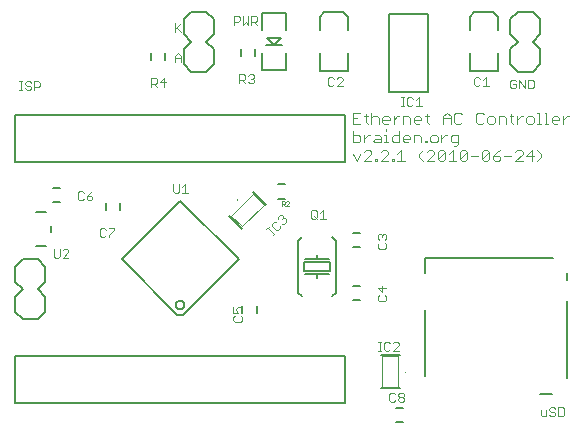
<source format=gto>
G75*
G70*
%OFA0B0*%
%FSLAX24Y24*%
%IPPOS*%
%LPD*%
%AMOC8*
5,1,8,0,0,1.08239X$1,22.5*
%
%ADD10C,0.0030*%
%ADD11C,0.0050*%
%ADD12C,0.0060*%
%ADD13C,0.0080*%
%ADD14C,0.0004*%
%ADD15C,0.0030*%
%ADD16C,0.0010*%
D10*
X007688Y004333D02*
X007736Y004285D01*
X007929Y004285D01*
X007978Y004333D01*
X007978Y004430D01*
X007929Y004478D01*
X007929Y004579D02*
X007978Y004628D01*
X007978Y004724D01*
X007929Y004773D01*
X007833Y004773D01*
X007784Y004724D01*
X007784Y004676D01*
X007833Y004579D01*
X007688Y004579D01*
X007688Y004773D01*
X007736Y004478D02*
X007688Y004430D01*
X007688Y004333D01*
X008995Y007173D02*
X009064Y007241D01*
X009029Y007207D02*
X008824Y007412D01*
X008790Y007378D02*
X008858Y007447D01*
X008963Y007483D02*
X009100Y007346D01*
X009168Y007346D01*
X009237Y007415D01*
X009237Y007483D01*
X009308Y007554D02*
X009376Y007554D01*
X009445Y007623D01*
X009445Y007691D01*
X009411Y007725D01*
X009342Y007725D01*
X009308Y007691D01*
X009342Y007725D02*
X009342Y007794D01*
X009308Y007828D01*
X009240Y007828D01*
X009171Y007760D01*
X009171Y007691D01*
X009100Y007620D02*
X009031Y007620D01*
X008963Y007551D01*
X008963Y007483D01*
X010273Y007765D02*
X010322Y007716D01*
X010419Y007716D01*
X010467Y007765D01*
X010467Y007958D01*
X010419Y008007D01*
X010322Y008007D01*
X010273Y007958D01*
X010273Y007765D01*
X010370Y007813D02*
X010467Y007716D01*
X010568Y007716D02*
X010762Y007716D01*
X010665Y007716D02*
X010665Y008007D01*
X010568Y007910D01*
X012500Y007162D02*
X012548Y007210D01*
X012597Y007210D01*
X012645Y007162D01*
X012694Y007210D01*
X012742Y007210D01*
X012790Y007162D01*
X012790Y007065D01*
X012742Y007017D01*
X012742Y006916D02*
X012790Y006867D01*
X012790Y006770D01*
X012742Y006722D01*
X012548Y006722D01*
X012500Y006770D01*
X012500Y006867D01*
X012548Y006916D01*
X012548Y007017D02*
X012500Y007065D01*
X012500Y007162D01*
X012645Y007162D02*
X012645Y007113D01*
X012645Y005460D02*
X012645Y005267D01*
X012500Y005412D01*
X012790Y005412D01*
X012742Y005166D02*
X012790Y005117D01*
X012790Y005020D01*
X012742Y004972D01*
X012548Y004972D01*
X012500Y005020D01*
X012500Y005117D01*
X012548Y005166D01*
X012563Y003607D02*
X012563Y003316D01*
X012515Y003316D02*
X012611Y003316D01*
X012711Y003365D02*
X012759Y003316D01*
X012856Y003316D01*
X012904Y003365D01*
X013006Y003316D02*
X013199Y003510D01*
X013199Y003558D01*
X013151Y003607D01*
X013054Y003607D01*
X013006Y003558D01*
X012904Y003558D02*
X012856Y003607D01*
X012759Y003607D01*
X012711Y003558D01*
X012711Y003365D01*
X013006Y003316D02*
X013199Y003316D01*
X012611Y003607D02*
X012515Y003607D01*
X012934Y001907D02*
X012886Y001858D01*
X012886Y001665D01*
X012934Y001616D01*
X013031Y001616D01*
X013079Y001665D01*
X013181Y001665D02*
X013181Y001713D01*
X013229Y001761D01*
X013326Y001761D01*
X013374Y001713D01*
X013374Y001665D01*
X013326Y001616D01*
X013229Y001616D01*
X013181Y001665D01*
X013229Y001761D02*
X013181Y001810D01*
X013181Y001858D01*
X013229Y001907D01*
X013326Y001907D01*
X013374Y001858D01*
X013374Y001810D01*
X013326Y001761D01*
X013079Y001858D02*
X013031Y001907D01*
X012934Y001907D01*
X017925Y001330D02*
X017925Y001185D01*
X017974Y001136D01*
X018119Y001136D01*
X018119Y001330D01*
X018220Y001330D02*
X018268Y001281D01*
X018365Y001281D01*
X018413Y001233D01*
X018413Y001185D01*
X018365Y001136D01*
X018268Y001136D01*
X018220Y001185D01*
X018220Y001330D02*
X018220Y001378D01*
X018268Y001427D01*
X018365Y001427D01*
X018413Y001378D01*
X018515Y001427D02*
X018660Y001427D01*
X018708Y001378D01*
X018708Y001185D01*
X018660Y001136D01*
X018515Y001136D01*
X018515Y001427D01*
X017814Y009636D02*
X017937Y009760D01*
X017937Y009883D01*
X017814Y010007D01*
X017630Y010007D02*
X017445Y009822D01*
X017692Y009822D01*
X017630Y010007D02*
X017630Y009636D01*
X017324Y009636D02*
X017077Y009636D01*
X017324Y009883D01*
X017324Y009945D01*
X017262Y010007D01*
X017139Y010007D01*
X017077Y009945D01*
X016956Y009822D02*
X016709Y009822D01*
X016587Y009760D02*
X016526Y009822D01*
X016340Y009822D01*
X016340Y009698D01*
X016402Y009636D01*
X016526Y009636D01*
X016587Y009698D01*
X016587Y009760D01*
X016464Y009945D02*
X016340Y009822D01*
X016219Y009945D02*
X015972Y009698D01*
X016034Y009636D01*
X016157Y009636D01*
X016219Y009698D01*
X016219Y009945D01*
X016157Y010007D01*
X016034Y010007D01*
X015972Y009945D01*
X015972Y009698D01*
X015851Y009822D02*
X015604Y009822D01*
X015482Y009945D02*
X015482Y009698D01*
X015421Y009636D01*
X015297Y009636D01*
X015235Y009698D01*
X015482Y009945D01*
X015421Y010007D01*
X015297Y010007D01*
X015235Y009945D01*
X015235Y009698D01*
X015114Y009636D02*
X014867Y009636D01*
X014991Y009636D02*
X014991Y010007D01*
X014867Y009883D01*
X014746Y009945D02*
X014499Y009698D01*
X014561Y009636D01*
X014684Y009636D01*
X014746Y009698D01*
X014746Y009945D01*
X014684Y010007D01*
X014561Y010007D01*
X014499Y009945D01*
X014499Y009698D01*
X014377Y009636D02*
X014131Y009636D01*
X014377Y009883D01*
X014377Y009945D01*
X014316Y010007D01*
X014192Y010007D01*
X014131Y009945D01*
X014008Y010007D02*
X013885Y009883D01*
X013885Y009760D01*
X014008Y009636D01*
X013395Y009636D02*
X013148Y009636D01*
X013026Y009636D02*
X012964Y009636D01*
X012964Y009698D01*
X013026Y009698D01*
X013026Y009636D01*
X012843Y009636D02*
X012596Y009636D01*
X012843Y009883D01*
X012843Y009945D01*
X012781Y010007D01*
X012658Y010007D01*
X012596Y009945D01*
X012290Y009945D02*
X012290Y009883D01*
X012044Y009636D01*
X012290Y009636D01*
X012412Y009636D02*
X012474Y009636D01*
X012474Y009698D01*
X012412Y009698D01*
X012412Y009636D01*
X012290Y009945D02*
X012229Y010007D01*
X012105Y010007D01*
X012044Y009945D01*
X011922Y009883D02*
X011799Y009636D01*
X011675Y009883D01*
X011675Y010261D02*
X011860Y010261D01*
X011922Y010323D01*
X011922Y010446D01*
X011860Y010508D01*
X011675Y010508D01*
X011675Y010632D02*
X011675Y010261D01*
X012044Y010261D02*
X012044Y010508D01*
X012167Y010508D02*
X012229Y010508D01*
X012167Y010508D02*
X012044Y010385D01*
X012350Y010323D02*
X012412Y010385D01*
X012597Y010385D01*
X012597Y010446D02*
X012597Y010261D01*
X012412Y010261D01*
X012350Y010323D01*
X012412Y010508D02*
X012536Y010508D01*
X012597Y010446D01*
X012719Y010508D02*
X012780Y010508D01*
X012780Y010261D01*
X012719Y010261D02*
X012842Y010261D01*
X012964Y010323D02*
X012964Y010446D01*
X013026Y010508D01*
X013211Y010508D01*
X013211Y010632D02*
X013211Y010261D01*
X013026Y010261D01*
X012964Y010323D01*
X012780Y010632D02*
X012780Y010693D01*
X012719Y010886D02*
X012657Y010948D01*
X012657Y011071D01*
X012719Y011133D01*
X012843Y011133D01*
X012904Y011071D01*
X012904Y011010D01*
X012657Y011010D01*
X012536Y011071D02*
X012536Y010886D01*
X012719Y010886D02*
X012843Y010886D01*
X013026Y010886D02*
X013026Y011133D01*
X013149Y011133D02*
X013211Y011133D01*
X013149Y011133D02*
X013026Y011010D01*
X013333Y011133D02*
X013333Y010886D01*
X013579Y010886D02*
X013579Y011071D01*
X013518Y011133D01*
X013333Y011133D01*
X013325Y011479D02*
X013325Y011769D01*
X013277Y011769D02*
X013374Y011769D01*
X013473Y011721D02*
X013473Y011527D01*
X013522Y011479D01*
X013619Y011479D01*
X013667Y011527D01*
X013768Y011479D02*
X013962Y011479D01*
X013865Y011479D02*
X013865Y011769D01*
X013768Y011672D01*
X013667Y011721D02*
X013619Y011769D01*
X013522Y011769D01*
X013473Y011721D01*
X013374Y011479D02*
X013277Y011479D01*
X013701Y011071D02*
X013763Y011133D01*
X013886Y011133D01*
X013948Y011071D01*
X013948Y011010D01*
X013701Y011010D01*
X013701Y011071D02*
X013701Y010948D01*
X013763Y010886D01*
X013886Y010886D01*
X014131Y010948D02*
X014193Y010886D01*
X014131Y010948D02*
X014131Y011195D01*
X014069Y011133D02*
X014193Y011133D01*
X014683Y011133D02*
X014683Y010886D01*
X014683Y011071D02*
X014930Y011071D01*
X014930Y011133D02*
X014806Y011257D01*
X014683Y011133D01*
X014930Y011133D02*
X014930Y010886D01*
X015051Y010948D02*
X015113Y010886D01*
X015236Y010886D01*
X015298Y010948D01*
X015051Y010948D02*
X015051Y011195D01*
X015113Y011257D01*
X015236Y011257D01*
X015298Y011195D01*
X015788Y011195D02*
X015788Y010948D01*
X015850Y010886D01*
X015973Y010886D01*
X016035Y010948D01*
X016156Y010948D02*
X016218Y010886D01*
X016341Y010886D01*
X016403Y010948D01*
X016403Y011071D01*
X016341Y011133D01*
X016218Y011133D01*
X016156Y011071D01*
X016156Y010948D01*
X016035Y011195D02*
X015973Y011257D01*
X015850Y011257D01*
X015788Y011195D01*
X016525Y011133D02*
X016525Y010886D01*
X016771Y010886D02*
X016771Y011071D01*
X016710Y011133D01*
X016525Y011133D01*
X016893Y011133D02*
X017016Y011133D01*
X016955Y011195D02*
X016955Y010948D01*
X017016Y010886D01*
X017138Y010886D02*
X017138Y011133D01*
X017138Y011010D02*
X017262Y011133D01*
X017324Y011133D01*
X017445Y011071D02*
X017445Y010948D01*
X017507Y010886D01*
X017630Y010886D01*
X017692Y010948D01*
X017692Y011071D01*
X017630Y011133D01*
X017507Y011133D01*
X017445Y011071D01*
X017814Y010886D02*
X017937Y010886D01*
X017875Y010886D02*
X017875Y011257D01*
X017814Y011257D01*
X018059Y011257D02*
X018121Y011257D01*
X018121Y010886D01*
X018182Y010886D02*
X018059Y010886D01*
X018305Y010948D02*
X018305Y011071D01*
X018366Y011133D01*
X018490Y011133D01*
X018551Y011071D01*
X018551Y011010D01*
X018305Y011010D01*
X018305Y010948D02*
X018366Y010886D01*
X018490Y010886D01*
X018673Y010886D02*
X018673Y011133D01*
X018673Y011010D02*
X018796Y011133D01*
X018858Y011133D01*
X017699Y012115D02*
X017699Y012308D01*
X017651Y012357D01*
X017506Y012357D01*
X017506Y012066D01*
X017651Y012066D01*
X017699Y012115D01*
X017404Y012066D02*
X017404Y012357D01*
X017211Y012357D02*
X017404Y012066D01*
X017211Y012066D02*
X017211Y012357D01*
X017110Y012308D02*
X017061Y012357D01*
X016965Y012357D01*
X016916Y012308D01*
X016916Y012115D01*
X016965Y012066D01*
X017061Y012066D01*
X017110Y012115D01*
X017110Y012211D01*
X017013Y012211D01*
X016199Y012148D02*
X016006Y012148D01*
X016102Y012148D02*
X016102Y012438D01*
X016006Y012341D01*
X015904Y012389D02*
X015856Y012438D01*
X015759Y012438D01*
X015711Y012389D01*
X015711Y012196D01*
X015759Y012148D01*
X015856Y012148D01*
X015904Y012196D01*
X015175Y010508D02*
X014990Y010508D01*
X014929Y010446D01*
X014929Y010323D01*
X014990Y010261D01*
X015175Y010261D01*
X015175Y010200D02*
X015114Y010138D01*
X015052Y010138D01*
X015175Y010200D02*
X015175Y010508D01*
X014807Y010508D02*
X014745Y010508D01*
X014622Y010385D01*
X014622Y010508D02*
X014622Y010261D01*
X014500Y010323D02*
X014500Y010446D01*
X014438Y010508D01*
X014315Y010508D01*
X014253Y010446D01*
X014253Y010323D01*
X014315Y010261D01*
X014438Y010261D01*
X014500Y010323D01*
X014131Y010323D02*
X014131Y010261D01*
X014069Y010261D01*
X014069Y010323D01*
X014131Y010323D01*
X013948Y010261D02*
X013948Y010446D01*
X013886Y010508D01*
X013701Y010508D01*
X013701Y010261D01*
X013579Y010385D02*
X013333Y010385D01*
X013333Y010446D02*
X013394Y010508D01*
X013518Y010508D01*
X013579Y010446D01*
X013579Y010385D01*
X013518Y010261D02*
X013394Y010261D01*
X013333Y010323D01*
X013333Y010446D01*
X013272Y010007D02*
X013272Y009636D01*
X013148Y009883D02*
X013272Y010007D01*
X012289Y010886D02*
X012289Y011257D01*
X012351Y011133D02*
X012474Y011133D01*
X012536Y011071D01*
X012351Y011133D02*
X012289Y011071D01*
X012167Y011133D02*
X012044Y011133D01*
X012105Y011195D02*
X012105Y010948D01*
X012167Y010886D01*
X011922Y010886D02*
X011675Y010886D01*
X011675Y011257D01*
X011922Y011257D01*
X011799Y011071D02*
X011675Y011071D01*
X011324Y012148D02*
X011131Y012148D01*
X011324Y012341D01*
X011324Y012389D01*
X011276Y012438D01*
X011179Y012438D01*
X011131Y012389D01*
X011029Y012389D02*
X010981Y012438D01*
X010884Y012438D01*
X010836Y012389D01*
X010836Y012196D01*
X010884Y012148D01*
X010981Y012148D01*
X011029Y012196D01*
X008374Y012290D02*
X008326Y012241D01*
X008229Y012241D01*
X008181Y012290D01*
X008079Y012241D02*
X007983Y012338D01*
X008031Y012338D02*
X007886Y012338D01*
X007886Y012241D02*
X007886Y012532D01*
X008031Y012532D01*
X008079Y012483D01*
X008079Y012386D01*
X008031Y012338D01*
X008181Y012483D02*
X008229Y012532D01*
X008326Y012532D01*
X008374Y012483D01*
X008374Y012435D01*
X008326Y012386D01*
X008374Y012338D01*
X008374Y012290D01*
X008326Y012386D02*
X008277Y012386D01*
X005949Y012941D02*
X005949Y013135D01*
X005852Y013232D01*
X005756Y013135D01*
X005756Y012941D01*
X005756Y013086D02*
X005949Y013086D01*
X005949Y013941D02*
X005804Y014086D01*
X005756Y014038D02*
X005949Y014232D01*
X005756Y014232D02*
X005756Y013941D01*
X007700Y014186D02*
X007700Y014477D01*
X007845Y014477D01*
X007894Y014428D01*
X007894Y014331D01*
X007845Y014283D01*
X007700Y014283D01*
X007995Y014186D02*
X008092Y014283D01*
X008188Y014186D01*
X008188Y014477D01*
X008290Y014477D02*
X008435Y014477D01*
X008483Y014428D01*
X008483Y014331D01*
X008435Y014283D01*
X008290Y014283D01*
X008386Y014283D02*
X008483Y014186D01*
X008290Y014186D02*
X008290Y014477D01*
X007995Y014477D02*
X007995Y014186D01*
X005388Y012407D02*
X005243Y012261D01*
X005437Y012261D01*
X005388Y012116D02*
X005388Y012407D01*
X005142Y012358D02*
X005142Y012261D01*
X005094Y012213D01*
X004948Y012213D01*
X004948Y012116D02*
X004948Y012407D01*
X005094Y012407D01*
X005142Y012358D01*
X005045Y012213D02*
X005142Y012116D01*
X001235Y012156D02*
X001186Y012108D01*
X001041Y012108D01*
X001041Y012011D02*
X001041Y012302D01*
X001186Y012302D01*
X001235Y012253D01*
X001235Y012156D01*
X000940Y012108D02*
X000940Y012060D01*
X000892Y012011D01*
X000795Y012011D01*
X000747Y012060D01*
X000795Y012156D02*
X000892Y012156D01*
X000940Y012108D01*
X000940Y012253D02*
X000892Y012302D01*
X000795Y012302D01*
X000747Y012253D01*
X000747Y012205D01*
X000795Y012156D01*
X000647Y012011D02*
X000550Y012011D01*
X000599Y012011D02*
X000599Y012302D01*
X000647Y012302D02*
X000550Y012302D01*
X002549Y008627D02*
X002500Y008578D01*
X002500Y008385D01*
X002549Y008336D01*
X002645Y008336D01*
X002694Y008385D01*
X002795Y008385D02*
X002795Y008481D01*
X002940Y008481D01*
X002988Y008433D01*
X002988Y008385D01*
X002940Y008336D01*
X002843Y008336D01*
X002795Y008385D01*
X002795Y008481D02*
X002892Y008578D01*
X002988Y008627D01*
X002694Y008578D02*
X002645Y008627D01*
X002549Y008627D01*
X003279Y007404D02*
X003231Y007356D01*
X003231Y007162D01*
X003279Y007114D01*
X003376Y007114D01*
X003424Y007162D01*
X003526Y007162D02*
X003526Y007114D01*
X003526Y007162D02*
X003719Y007356D01*
X003719Y007404D01*
X003526Y007404D01*
X003424Y007356D02*
X003376Y007404D01*
X003279Y007404D01*
X002188Y006666D02*
X002140Y006714D01*
X002043Y006714D01*
X001995Y006666D01*
X001894Y006714D02*
X001894Y006472D01*
X001845Y006424D01*
X001749Y006424D01*
X001700Y006472D01*
X001700Y006714D01*
X001995Y006424D02*
X002188Y006617D01*
X002188Y006666D01*
X002188Y006424D02*
X001995Y006424D01*
X005681Y008629D02*
X005729Y008581D01*
X005826Y008581D01*
X005874Y008629D01*
X005874Y008871D01*
X005975Y008774D02*
X006072Y008871D01*
X006072Y008581D01*
X005975Y008581D02*
X006169Y008581D01*
X005681Y008629D02*
X005681Y008871D01*
X016464Y009945D02*
X016587Y010007D01*
D11*
X000398Y003143D02*
X000398Y001568D01*
X011422Y001568D01*
X011422Y003143D01*
X000398Y003143D01*
X007542Y007824D02*
X007988Y007378D01*
X008778Y008169D02*
X008333Y008614D01*
X009843Y006987D02*
X009961Y007106D01*
X009843Y006987D02*
X009843Y005255D01*
X009961Y005137D01*
X010473Y005728D02*
X010473Y005865D01*
X010866Y005865D01*
X010906Y005964D02*
X010040Y005964D01*
X010040Y006279D01*
X010906Y006279D01*
X010906Y005964D01*
X010473Y005865D02*
X010079Y005865D01*
X010079Y006377D02*
X010473Y006377D01*
X010866Y006377D01*
X010473Y006377D02*
X010473Y006515D01*
X010985Y007106D02*
X011103Y006987D01*
X011103Y005255D01*
X010985Y005137D01*
X012595Y003180D02*
X013225Y003180D01*
X014070Y002470D02*
X014070Y004684D01*
X014070Y005915D02*
X014070Y006407D01*
X018351Y006407D01*
X018794Y005915D02*
X018794Y005669D01*
X018794Y004980D02*
X018794Y002421D01*
X018302Y001879D02*
X017908Y001879D01*
X013225Y002062D02*
X012595Y002062D01*
X011422Y009600D02*
X000398Y009600D01*
X000398Y011174D01*
X011422Y011174D01*
X011422Y009600D01*
D12*
X009403Y008858D02*
X009167Y008858D01*
X009167Y008385D02*
X009403Y008385D01*
X011667Y007233D02*
X011903Y007233D01*
X011903Y006760D02*
X011667Y006760D01*
X011667Y005483D02*
X011903Y005483D01*
X011903Y005010D02*
X011667Y005010D01*
X008459Y004802D02*
X008459Y004566D01*
X007987Y004566D02*
X007987Y004802D01*
X007862Y006371D02*
X006009Y004519D01*
X005811Y004519D01*
X003959Y006371D01*
X005910Y008323D01*
X007862Y006371D01*
X005769Y004844D02*
X005771Y004867D01*
X005777Y004890D01*
X005786Y004911D01*
X005799Y004931D01*
X005815Y004948D01*
X005833Y004962D01*
X005853Y004973D01*
X005875Y004981D01*
X005898Y004985D01*
X005922Y004985D01*
X005945Y004981D01*
X005967Y004973D01*
X005987Y004962D01*
X006005Y004948D01*
X006021Y004931D01*
X006034Y004911D01*
X006043Y004890D01*
X006049Y004867D01*
X006051Y004844D01*
X006049Y004821D01*
X006043Y004798D01*
X006034Y004777D01*
X006021Y004757D01*
X006005Y004740D01*
X005987Y004726D01*
X005967Y004715D01*
X005945Y004707D01*
X005922Y004703D01*
X005898Y004703D01*
X005875Y004707D01*
X005853Y004715D01*
X005833Y004726D01*
X005815Y004740D01*
X005799Y004757D01*
X005786Y004777D01*
X005777Y004798D01*
X005771Y004821D01*
X005769Y004844D01*
X003896Y008003D02*
X003896Y008239D01*
X003424Y008239D02*
X003424Y008003D01*
X001903Y008260D02*
X001667Y008260D01*
X001667Y008733D02*
X001903Y008733D01*
X004924Y013003D02*
X004924Y013239D01*
X005396Y013239D02*
X005396Y013003D01*
X007924Y013128D02*
X007924Y013364D01*
X008396Y013364D02*
X008396Y013128D01*
X013105Y001420D02*
X013341Y001420D01*
X013341Y000948D02*
X013105Y000948D01*
D13*
X001604Y007266D02*
X001604Y007477D01*
X001454Y007931D02*
X001116Y007931D01*
X001116Y006811D02*
X001454Y006811D01*
X001160Y006371D02*
X000660Y006371D01*
X000410Y006121D01*
X000410Y005621D01*
X000660Y005371D01*
X000410Y005121D01*
X000410Y004621D01*
X000660Y004371D01*
X001160Y004371D01*
X001410Y004621D01*
X001410Y005121D01*
X001160Y005371D01*
X001410Y005621D01*
X001410Y006121D01*
X001160Y006371D01*
X006285Y012621D02*
X006035Y012871D01*
X006035Y013371D01*
X006285Y013621D01*
X006035Y013871D01*
X006035Y014371D01*
X006285Y014621D01*
X006785Y014621D01*
X007035Y014371D01*
X007035Y013871D01*
X006785Y013621D01*
X007035Y013371D01*
X007035Y012871D01*
X006785Y012621D01*
X006285Y012621D01*
X008642Y012676D02*
X008642Y013228D01*
X008760Y013503D02*
X009035Y013503D01*
X008799Y013739D01*
X009271Y013739D01*
X009035Y013503D01*
X009311Y013503D01*
X009429Y013228D02*
X009429Y012676D01*
X008642Y012676D01*
X008642Y014015D02*
X008642Y014566D01*
X009429Y014566D01*
X009429Y014015D01*
X010563Y014015D02*
X010563Y014448D01*
X010720Y014606D01*
X011350Y014606D01*
X011508Y014448D01*
X011508Y014015D01*
X011508Y013228D02*
X011508Y012637D01*
X010563Y012637D01*
X010563Y013228D01*
X012885Y011956D02*
X012885Y014536D01*
X014185Y014536D01*
X014185Y011956D01*
X012885Y011956D01*
X015563Y012637D02*
X015563Y013228D01*
X015563Y012637D02*
X016508Y012637D01*
X016508Y013228D01*
X016910Y013371D02*
X017160Y013621D01*
X016910Y013871D01*
X016910Y014371D01*
X017160Y014621D01*
X017660Y014621D01*
X017910Y014371D01*
X017910Y013871D01*
X017660Y013621D01*
X017910Y013371D01*
X017910Y012871D01*
X017660Y012621D01*
X017160Y012621D01*
X016910Y012871D01*
X016910Y013371D01*
X016508Y014015D02*
X016508Y014448D01*
X016350Y014606D01*
X015720Y014606D01*
X015563Y014448D01*
X015563Y014015D01*
D14*
X007801Y008355D02*
X007798Y008358D01*
X013418Y002621D02*
X013422Y002621D01*
D15*
X013170Y002121D02*
X012654Y002121D01*
X012654Y003125D01*
X013170Y003125D01*
X013170Y002121D01*
X007985Y007459D02*
X007620Y007824D01*
X008330Y008534D01*
X008695Y008169D01*
X007985Y007459D01*
D16*
X009296Y008141D02*
X009296Y008291D01*
X009371Y008291D01*
X009396Y008266D01*
X009396Y008216D01*
X009371Y008191D01*
X009296Y008191D01*
X009346Y008191D02*
X009396Y008141D01*
X009443Y008141D02*
X009543Y008241D01*
X009543Y008266D01*
X009518Y008291D01*
X009468Y008291D01*
X009443Y008266D01*
X009443Y008141D02*
X009543Y008141D01*
M02*

</source>
